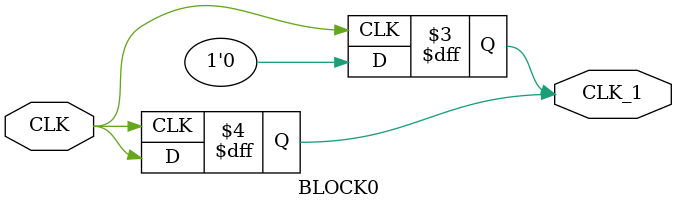
<source format=sv>
module BLOCK0 (
    input  reg CLK,
    output reg CLK_1
);

    always_ff @(posedge CLK) begin
        CLK_1 <= CLK;
    end

    always_ff @(negedge CLK) begin
        CLK_1 <= 1'b0;
    end

endmodule
</source>
